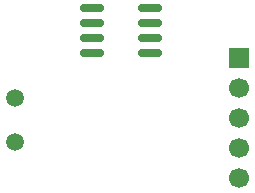
<source format=gbr>
G04 #@! TF.GenerationSoftware,KiCad,Pcbnew,9.0.1*
G04 #@! TF.CreationDate,2026-02-12T23:06:57+05:30*
G04 #@! TF.ProjectId,project1,70726f6a-6563-4743-912e-6b696361645f,rev?*
G04 #@! TF.SameCoordinates,Original*
G04 #@! TF.FileFunction,Soldermask,Bot*
G04 #@! TF.FilePolarity,Negative*
%FSLAX46Y46*%
G04 Gerber Fmt 4.6, Leading zero omitted, Abs format (unit mm)*
G04 Created by KiCad (PCBNEW 9.0.1) date 2026-02-12 23:06:57*
%MOMM*%
%LPD*%
G01*
G04 APERTURE LIST*
G04 Aperture macros list*
%AMRoundRect*
0 Rectangle with rounded corners*
0 $1 Rounding radius*
0 $2 $3 $4 $5 $6 $7 $8 $9 X,Y pos of 4 corners*
0 Add a 4 corners polygon primitive as box body*
4,1,4,$2,$3,$4,$5,$6,$7,$8,$9,$2,$3,0*
0 Add four circle primitives for the rounded corners*
1,1,$1+$1,$2,$3*
1,1,$1+$1,$4,$5*
1,1,$1+$1,$6,$7*
1,1,$1+$1,$8,$9*
0 Add four rect primitives between the rounded corners*
20,1,$1+$1,$2,$3,$4,$5,0*
20,1,$1+$1,$4,$5,$6,$7,0*
20,1,$1+$1,$6,$7,$8,$9,0*
20,1,$1+$1,$8,$9,$2,$3,0*%
G04 Aperture macros list end*
%ADD10C,1.500000*%
%ADD11R,1.700000X1.700000*%
%ADD12C,1.700000*%
%ADD13RoundRect,0.150000X0.825000X0.150000X-0.825000X0.150000X-0.825000X-0.150000X0.825000X-0.150000X0*%
G04 APERTURE END LIST*
D10*
X139441000Y-99759000D03*
X139441000Y-95959000D03*
D11*
X158441000Y-92639000D03*
D12*
X158441000Y-95179000D03*
X158441000Y-97719000D03*
X158441000Y-100259000D03*
X158441000Y-102799000D03*
D13*
X150901000Y-88354000D03*
X150901000Y-89624000D03*
X150901000Y-90894000D03*
X150901000Y-92164000D03*
X145951000Y-92164000D03*
X145951000Y-90894000D03*
X145951000Y-89624000D03*
X145951000Y-88354000D03*
M02*

</source>
